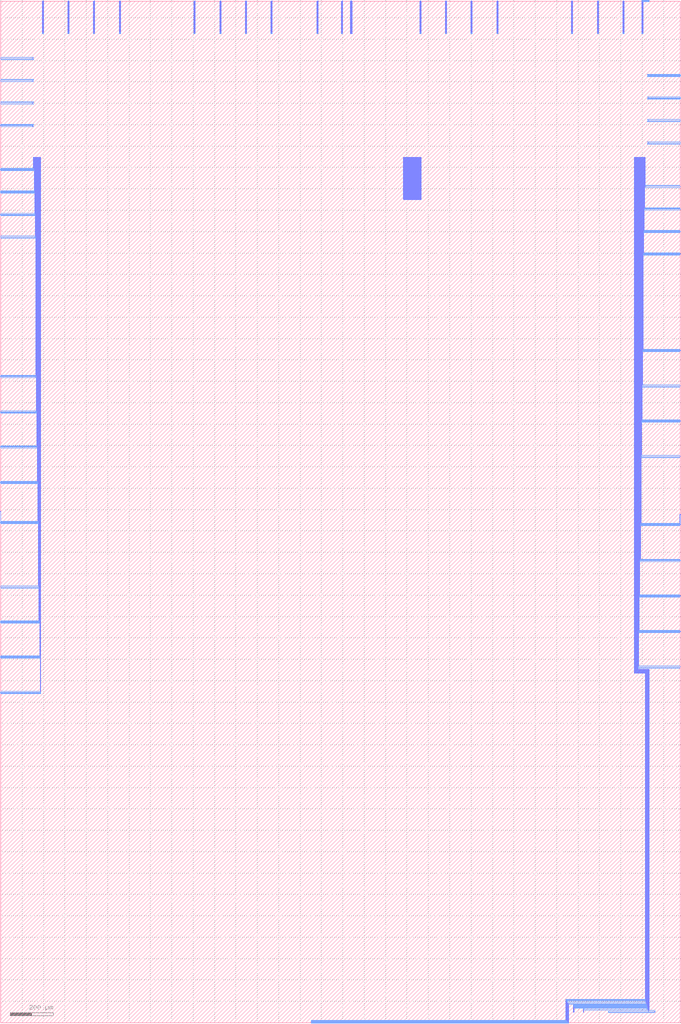
<source format=lef>
VERSION 5.7 ;
  NOWIREEXTENSIONATPIN ON ;
  DIVIDERCHAR "/" ;
  BUSBITCHARS "[]" ;
MACRO analog_routes
  CLASS COVER ;
  FOREIGN analog_routes ;
  ORIGIN 0.000 0.000 ;
  SIZE 3178.000 BY 4777.500 ;
  OBS
      LAYER met2 ;
        RECT 196.805 4778.265 198.375 4780.435 ;
        RECT 316.805 4778.265 318.375 4780.435 ;
        RECT 436.805 4778.265 438.375 4780.435 ;
        RECT 556.805 4778.265 558.375 4780.435 ;
        RECT 906.805 4778.265 908.375 4780.435 ;
        RECT 1026.805 4778.265 1028.375 4780.435 ;
        RECT 1146.805 4778.265 1148.375 4780.435 ;
        RECT 1266.805 4778.265 1268.375 4780.435 ;
        RECT 1481.805 4778.265 1483.375 4780.435 ;
        RECT 1596.805 4778.265 1598.375 4780.435 ;
        RECT 1636.310 4778.000 1638.120 4779.695 ;
        RECT 1639.400 4778.000 1642.655 4779.695 ;
        RECT 1961.805 4778.265 1963.375 4780.435 ;
        RECT 2081.805 4778.265 2083.375 4780.435 ;
        RECT 2201.805 4778.265 2203.375 4780.435 ;
        RECT 2321.805 4778.265 2323.375 4780.435 ;
        RECT 2671.805 4778.265 2673.375 4780.435 ;
        RECT 2791.805 4778.265 2793.375 4780.435 ;
        RECT 2911.805 4778.265 2913.375 4780.435 ;
        RECT 3031.805 4778.265 3033.375 4780.435 ;
        RECT 2677.665 50.220 2678.970 52.190 ;
        RECT 2679.830 50.215 2681.135 52.185 ;
        RECT 2724.750 50.135 2726.055 52.105 ;
        RECT 2841.245 49.620 2842.580 51.720 ;
        RECT 3058.895 49.615 3060.235 52.390 ;
      LAYER met3 ;
        RECT 196.655 4778.060 198.905 4780.435 ;
        RECT 316.655 4778.060 318.905 4780.435 ;
        RECT 436.655 4778.060 438.905 4780.435 ;
        RECT 556.655 4778.060 558.905 4780.435 ;
        RECT 906.655 4778.060 908.905 4780.435 ;
        RECT 1026.655 4778.060 1028.905 4780.435 ;
        RECT 1146.655 4778.060 1148.905 4780.435 ;
        RECT 1266.655 4778.060 1268.905 4780.435 ;
        RECT 1481.655 4778.060 1483.905 4780.435 ;
        RECT 1596.655 4778.060 1598.905 4780.435 ;
        RECT 1636.310 4778.000 1638.655 4779.695 ;
        RECT 1640.310 4778.000 1642.655 4779.695 ;
        RECT 1961.655 4778.060 1963.905 4780.435 ;
        RECT 2081.655 4778.060 2083.905 4780.435 ;
        RECT 2201.655 4778.060 2203.905 4780.435 ;
        RECT 2321.655 4778.060 2323.905 4780.435 ;
        RECT 2671.655 4778.060 2673.905 4780.435 ;
        RECT 2791.655 4778.060 2793.905 4780.435 ;
        RECT 2911.655 4778.060 2913.905 4780.435 ;
        RECT 3031.655 4778.060 3033.905 4780.435 ;
        RECT 3031.795 4777.430 3033.765 4778.060 ;
        RECT -2.370 4510.240 -0.110 4511.310 ;
        RECT 3178.425 4430.130 3180.685 4431.200 ;
        RECT -2.370 4405.240 -0.110 4406.310 ;
        RECT 3178.425 4325.140 3180.685 4326.210 ;
        RECT -2.370 4300.240 -0.110 4301.310 ;
        RECT 3178.425 4220.140 3180.685 4221.210 ;
        RECT -2.370 4195.240 -0.110 4196.310 ;
        RECT 3178.425 4115.140 3180.685 4116.210 ;
        RECT -2.290 3990.450 1.210 3991.090 ;
        RECT 3176.460 3909.915 3180.290 3910.560 ;
        RECT -2.290 3885.450 1.210 3886.090 ;
        RECT 3176.460 3804.915 3180.290 3805.560 ;
        RECT -2.290 3780.450 1.210 3781.090 ;
        RECT 3176.460 3699.915 3180.290 3700.560 ;
        RECT -2.290 3675.450 1.210 3676.090 ;
        RECT 3176.460 3594.915 3180.290 3595.560 ;
        RECT 3176.460 3144.405 3180.290 3144.450 ;
        RECT 3176.460 3143.805 3181.500 3144.405 ;
        RECT -2.290 3022.200 1.210 3022.240 ;
        RECT -3.500 3021.600 1.210 3022.200 ;
        RECT 3176.460 2979.405 3180.290 2979.450 ;
        RECT 3176.460 2978.805 3181.500 2979.405 ;
        RECT -2.290 2857.200 1.210 2857.240 ;
        RECT -3.500 2856.600 1.210 2857.200 ;
        RECT 3176.460 2814.405 3180.290 2814.450 ;
        RECT 3176.460 2813.805 3181.500 2814.405 ;
        RECT -2.290 2692.200 1.210 2692.240 ;
        RECT -3.500 2691.600 1.210 2692.200 ;
        RECT 3176.460 2649.405 3180.290 2649.450 ;
        RECT 3176.460 2648.805 3181.500 2649.405 ;
        RECT -2.290 2527.200 1.210 2527.240 ;
        RECT -3.500 2526.600 1.210 2527.200 ;
        RECT -0.645 2391.475 0.855 2391.620 ;
        RECT -2.185 2389.475 0.855 2391.475 ;
        RECT -0.645 2387.490 0.855 2389.475 ;
        RECT 3175.945 2377.805 3177.445 2378.020 ;
        RECT 3175.945 2375.805 3180.175 2377.805 ;
        RECT 3175.945 2373.890 3177.445 2375.805 ;
        RECT -2.290 2339.485 1.210 2340.125 ;
        RECT 3176.460 2330.480 3180.290 2330.525 ;
        RECT 3176.460 2329.880 3181.500 2330.480 ;
        RECT 3176.460 2161.405 3180.290 2161.450 ;
        RECT 3176.460 2160.805 3181.500 2161.405 ;
        RECT -2.290 2039.200 1.210 2039.240 ;
        RECT -2.295 2038.600 1.210 2039.200 ;
        RECT 3176.460 1996.405 3180.290 1996.450 ;
        RECT 3176.460 1995.805 3181.500 1996.405 ;
        RECT -2.290 1874.200 1.210 1874.240 ;
        RECT -3.500 1873.600 1.210 1874.200 ;
        RECT 3176.460 1830.120 3180.290 1830.165 ;
        RECT 3176.460 1829.520 3181.500 1830.120 ;
        RECT -2.290 1710.485 1.210 1710.525 ;
        RECT -3.500 1709.885 1.210 1710.485 ;
        RECT 3176.460 1665.120 3180.290 1665.165 ;
        RECT 3176.460 1664.520 3181.500 1665.120 ;
        RECT -2.290 1545.485 1.210 1545.525 ;
        RECT -3.500 1544.885 1.210 1545.485 ;
        RECT 2677.665 50.220 2678.970 52.190 ;
        RECT 2679.830 50.215 2681.135 52.185 ;
        RECT 2724.750 50.135 2726.055 52.105 ;
        RECT 2840.705 49.615 2842.580 52.685 ;
        RECT 3058.355 49.615 3060.230 52.685 ;
      LAYER met4 ;
        RECT 2998.185 4782.090 3001.385 4782.760 ;
        RECT 2998.095 4781.160 3001.385 4782.090 ;
        RECT 196.655 4778.060 198.905 4780.435 ;
        RECT 316.655 4778.060 318.905 4780.435 ;
        RECT 436.655 4778.060 438.905 4780.435 ;
        RECT 556.655 4778.060 558.905 4780.435 ;
        RECT 906.655 4778.060 908.905 4780.435 ;
        RECT 1026.655 4778.060 1028.905 4780.435 ;
        RECT 1146.655 4778.060 1148.905 4780.435 ;
        RECT 1266.655 4778.060 1268.905 4780.435 ;
        RECT 1481.655 4778.060 1483.905 4780.435 ;
        RECT 1596.655 4778.060 1598.905 4780.435 ;
        RECT 193.655 4629.595 194.655 4776.925 ;
        RECT 193.655 4625.595 195.255 4629.595 ;
        RECT 196.655 4624.850 197.655 4778.060 ;
        RECT 199.655 4629.595 200.655 4776.950 ;
        RECT 199.055 4625.595 200.655 4629.595 ;
        RECT 313.655 4629.595 314.655 4776.925 ;
        RECT 313.655 4625.595 315.255 4629.595 ;
        RECT 316.655 4624.850 317.655 4778.060 ;
        RECT 319.655 4629.595 320.655 4776.950 ;
        RECT 319.055 4625.595 320.655 4629.595 ;
        RECT 433.655 4629.595 434.655 4776.925 ;
        RECT 433.655 4625.595 435.255 4629.595 ;
        RECT 436.655 4624.850 437.655 4778.060 ;
        RECT 439.655 4629.595 440.655 4776.950 ;
        RECT 439.055 4625.595 440.655 4629.595 ;
        RECT 553.655 4629.595 554.655 4776.925 ;
        RECT 553.655 4625.595 555.255 4629.595 ;
        RECT 556.655 4624.850 557.655 4778.060 ;
        RECT 559.655 4629.595 560.655 4776.950 ;
        RECT 559.055 4625.595 560.655 4629.595 ;
        RECT 903.655 4629.595 904.655 4776.925 ;
        RECT 903.655 4625.595 905.255 4629.595 ;
        RECT 906.655 4624.850 907.655 4778.060 ;
        RECT 909.655 4629.595 910.655 4776.950 ;
        RECT 909.055 4625.595 910.655 4629.595 ;
        RECT 1023.655 4629.595 1024.655 4776.925 ;
        RECT 1023.655 4625.595 1025.255 4629.595 ;
        RECT 1026.655 4624.850 1027.655 4778.060 ;
        RECT 1029.655 4629.595 1030.655 4776.950 ;
        RECT 1029.055 4625.595 1030.655 4629.595 ;
        RECT 1143.655 4629.595 1144.655 4776.925 ;
        RECT 1143.655 4625.595 1145.255 4629.595 ;
        RECT 1146.655 4624.850 1147.655 4778.060 ;
        RECT 1149.655 4629.595 1150.655 4776.950 ;
        RECT 1149.055 4625.595 1150.655 4629.595 ;
        RECT 1263.655 4629.595 1264.655 4776.925 ;
        RECT 1263.655 4625.595 1265.255 4629.595 ;
        RECT 1266.655 4624.850 1267.655 4778.060 ;
        RECT 1269.655 4629.595 1270.655 4776.950 ;
        RECT 1269.055 4625.595 1270.655 4629.595 ;
        RECT 1478.655 4629.595 1479.655 4776.925 ;
        RECT 1478.655 4625.595 1480.255 4629.595 ;
        RECT 1481.655 4624.850 1482.655 4778.060 ;
        RECT 1484.655 4629.595 1485.655 4776.950 ;
        RECT 1484.055 4625.595 1485.655 4629.595 ;
        RECT 1593.655 4629.595 1594.655 4776.925 ;
        RECT 1593.655 4625.595 1595.255 4629.595 ;
        RECT 1596.655 4624.850 1597.655 4778.060 ;
        RECT 1636.310 4778.000 1638.655 4779.695 ;
        RECT 1640.310 4778.000 1642.655 4779.695 ;
        RECT 1599.655 4629.595 1600.655 4776.950 ;
        RECT 1599.055 4625.595 1600.655 4629.595 ;
        RECT 1635.655 4624.850 1636.655 4777.080 ;
        RECT 1637.655 4624.850 1638.655 4778.000 ;
        RECT 1639.655 4624.850 1640.655 4777.080 ;
        RECT 1641.655 4624.850 1642.655 4778.000 ;
        RECT 1961.655 4778.060 1963.905 4780.435 ;
        RECT 2081.655 4778.060 2083.905 4780.435 ;
        RECT 2201.655 4778.060 2203.905 4780.435 ;
        RECT 2321.655 4778.060 2323.905 4780.435 ;
        RECT 2671.655 4778.060 2673.905 4780.435 ;
        RECT 2791.655 4778.060 2793.905 4780.435 ;
        RECT 2911.655 4778.060 2913.905 4780.435 ;
        RECT 1643.655 4624.850 1644.655 4777.080 ;
        RECT 1958.655 4629.595 1959.655 4776.925 ;
        RECT 1958.655 4625.595 1960.255 4629.595 ;
        RECT 1961.655 4624.850 1962.655 4778.060 ;
        RECT 1964.655 4629.595 1965.655 4776.950 ;
        RECT 1964.055 4625.595 1965.655 4629.595 ;
        RECT 2078.655 4629.595 2079.655 4776.925 ;
        RECT 2078.655 4625.595 2080.255 4629.595 ;
        RECT 2081.655 4624.850 2082.655 4778.060 ;
        RECT 2084.655 4629.595 2085.655 4776.950 ;
        RECT 2084.055 4625.595 2085.655 4629.595 ;
        RECT 2198.655 4629.595 2199.655 4776.925 ;
        RECT 2198.655 4625.595 2200.255 4629.595 ;
        RECT 2201.655 4624.850 2202.655 4778.060 ;
        RECT 2204.655 4629.595 2205.655 4776.950 ;
        RECT 2204.055 4625.595 2205.655 4629.595 ;
        RECT 2318.655 4629.595 2319.655 4776.925 ;
        RECT 2318.655 4625.595 2320.255 4629.595 ;
        RECT 2321.655 4624.850 2322.655 4778.060 ;
        RECT 2324.655 4629.595 2325.655 4776.950 ;
        RECT 2324.055 4625.595 2325.655 4629.595 ;
        RECT 2668.655 4629.595 2669.655 4776.925 ;
        RECT 2668.655 4625.595 2670.255 4629.595 ;
        RECT 2671.655 4624.850 2672.655 4778.060 ;
        RECT 2674.655 4629.595 2675.655 4776.950 ;
        RECT 2674.055 4625.595 2675.655 4629.595 ;
        RECT 2788.655 4629.595 2789.655 4776.925 ;
        RECT 2788.655 4625.595 2790.255 4629.595 ;
        RECT 2791.655 4624.850 2792.655 4778.060 ;
        RECT 2794.655 4629.595 2795.655 4776.950 ;
        RECT 2794.055 4625.595 2795.655 4629.595 ;
        RECT 2908.655 4629.595 2909.655 4776.925 ;
        RECT 2908.655 4625.595 2910.255 4629.595 ;
        RECT 2911.655 4624.850 2912.655 4778.060 ;
        RECT 2914.655 4629.595 2915.655 4776.950 ;
        RECT 2914.055 4625.595 2915.655 4629.595 ;
        RECT 2998.095 4629.595 2999.095 4781.160 ;
        RECT 3031.655 4779.390 3033.905 4779.635 ;
        RECT 3001.215 4778.680 3004.415 4779.210 ;
        RECT 3001.095 4777.610 3004.415 4778.680 ;
        RECT 3030.565 4777.790 3033.905 4779.390 ;
        RECT 2998.095 4625.595 2999.695 4629.595 ;
        RECT 3001.095 4624.850 3002.095 4777.610 ;
        RECT 3031.655 4777.260 3033.905 4777.790 ;
        RECT 3004.195 4775.100 3007.395 4775.720 ;
        RECT 3004.095 4774.120 3007.395 4775.100 ;
        RECT 3004.095 4629.595 3005.095 4774.120 ;
        RECT 3003.495 4625.595 3005.095 4629.595 ;
        RECT -2.535 4509.950 3.230 4511.550 ;
        RECT 146.490 4504.950 151.490 4516.560 ;
        RECT 3026.825 4424.840 3031.825 4436.450 ;
        RECT 3175.085 4429.840 3180.850 4431.440 ;
        RECT -2.535 4404.950 3.230 4406.550 ;
        RECT 146.490 4399.950 151.490 4411.560 ;
        RECT 3026.825 4319.850 3031.825 4331.460 ;
        RECT 3175.085 4324.850 3180.850 4326.450 ;
        RECT -2.535 4299.950 3.230 4301.550 ;
        RECT 146.490 4294.950 151.490 4306.560 ;
        RECT 3026.825 4214.850 3031.825 4226.460 ;
        RECT 3175.085 4219.850 3180.850 4221.450 ;
        RECT -2.535 4194.950 3.230 4196.550 ;
        RECT 146.490 4189.950 151.490 4201.560 ;
        RECT 3026.825 4109.850 3031.825 4121.460 ;
        RECT 3175.085 4114.850 3180.850 4116.450 ;
        RECT 153.135 3996.630 153.775 4048.850 ;
        RECT 150.570 3995.030 153.775 3996.630 ;
        RECT 153.135 3995.025 153.775 3995.030 ;
        RECT 154.435 3991.630 155.075 4048.850 ;
        RECT -1.240 3991.090 1.240 3991.630 ;
        RECT -2.290 3990.450 1.240 3991.090 ;
        RECT -1.240 3990.030 1.240 3990.450 ;
        RECT 151.875 3990.030 155.075 3991.630 ;
        RECT 155.695 3986.630 156.335 4048.850 ;
        RECT 153.135 3985.030 156.335 3986.630 ;
        RECT 155.695 3891.630 156.335 3985.030 ;
        RECT 153.130 3890.030 156.335 3891.630 ;
        RECT 155.695 3890.020 156.335 3890.030 ;
        RECT 156.995 3886.630 157.635 4048.850 ;
        RECT -1.240 3886.090 1.240 3886.630 ;
        RECT -2.290 3885.450 1.240 3886.090 ;
        RECT -1.240 3885.030 1.240 3885.450 ;
        RECT 154.440 3885.030 157.640 3886.630 ;
        RECT 158.255 3881.630 158.895 4048.850 ;
        RECT 155.695 3880.030 158.895 3881.630 ;
        RECT 158.255 3786.635 158.895 3880.030 ;
        RECT 155.695 3785.035 158.895 3786.635 ;
        RECT 158.255 3785.025 158.895 3785.035 ;
        RECT 159.555 3781.630 160.195 4048.850 ;
        RECT -1.240 3781.090 1.240 3781.630 ;
        RECT -2.290 3780.450 1.240 3781.090 ;
        RECT -1.240 3780.030 1.240 3780.450 ;
        RECT 156.995 3780.030 160.195 3781.630 ;
        RECT 160.815 3776.625 161.455 4048.850 ;
        RECT 158.250 3775.025 161.455 3776.625 ;
        RECT 160.815 3681.630 161.455 3775.025 ;
        RECT 158.255 3680.030 161.455 3681.630 ;
        RECT 160.815 3679.980 161.455 3680.030 ;
        RECT 162.115 3676.630 162.755 4048.850 ;
        RECT -1.240 3676.090 1.240 3676.630 ;
        RECT -2.290 3675.450 1.240 3676.090 ;
        RECT -1.240 3675.030 1.240 3675.450 ;
        RECT 159.560 3675.030 162.760 3676.630 ;
        RECT 163.375 3671.640 164.015 4048.850 ;
        RECT 160.820 3670.040 164.020 3671.640 ;
        RECT 163.375 3027.770 164.015 3670.040 ;
        RECT 160.815 3026.170 164.015 3027.770 ;
        RECT 164.675 3022.790 165.315 4048.850 ;
        RECT -1.240 3022.240 1.240 3022.785 ;
        RECT -2.290 3021.600 1.240 3022.240 ;
        RECT -1.240 3021.180 1.240 3021.600 ;
        RECT 162.115 3021.190 165.315 3022.790 ;
        RECT 165.935 3017.770 166.575 4048.850 ;
        RECT 163.380 3016.170 166.580 3017.770 ;
        RECT 165.935 2862.765 166.575 3016.170 ;
        RECT 163.380 2861.165 166.580 2862.765 ;
        RECT 165.935 2861.145 166.575 2861.165 ;
        RECT -1.240 2857.240 1.240 2857.780 ;
        RECT 167.235 2857.760 167.875 4048.850 ;
        RECT -2.290 2856.600 1.240 2857.240 ;
        RECT -1.240 2856.180 1.240 2856.600 ;
        RECT 164.675 2856.160 167.875 2857.760 ;
        RECT 168.495 2852.770 169.135 4048.850 ;
        RECT 165.935 2851.170 169.135 2852.770 ;
        RECT 168.495 2697.890 169.135 2851.170 ;
        RECT 165.940 2696.290 169.140 2697.890 ;
        RECT 168.495 2696.270 169.135 2696.290 ;
        RECT 169.795 2692.900 170.435 4048.850 ;
        RECT -1.240 2692.240 1.240 2692.780 ;
        RECT -2.290 2691.600 1.240 2692.240 ;
        RECT -1.240 2691.180 1.240 2691.600 ;
        RECT 167.235 2691.300 170.435 2692.900 ;
        RECT 171.055 2687.905 171.695 4048.850 ;
        RECT 168.500 2686.305 171.700 2687.905 ;
        RECT 171.055 2532.765 171.695 2686.305 ;
        RECT 168.495 2531.165 171.695 2532.765 ;
        RECT -1.240 2527.240 1.240 2527.780 ;
        RECT 172.355 2527.775 172.995 4048.850 ;
        RECT -2.290 2526.600 1.240 2527.240 ;
        RECT -1.240 2526.180 1.240 2526.600 ;
        RECT 169.795 2526.175 172.995 2527.775 ;
        RECT 173.615 2522.770 174.255 4048.850 ;
        RECT 171.065 2521.170 174.265 2522.770 ;
        RECT -0.645 2387.490 0.855 2391.620 ;
        RECT -0.275 2340.665 0.485 2387.490 ;
        RECT 173.615 2345.670 174.255 2521.170 ;
        RECT 171.055 2344.070 174.255 2345.670 ;
        RECT 173.615 2344.060 174.255 2344.070 ;
        RECT 174.915 2340.665 175.555 4048.850 ;
        RECT -1.240 2340.125 1.240 2340.665 ;
        RECT -2.290 2339.485 1.240 2340.125 ;
        RECT -1.240 2339.065 1.240 2339.485 ;
        RECT 172.355 2339.065 175.555 2340.665 ;
        RECT 176.175 2335.670 176.815 4048.850 ;
        RECT 173.610 2334.070 176.815 2335.670 ;
        RECT 176.175 2044.765 176.815 2334.070 ;
        RECT 173.615 2043.165 176.815 2044.765 ;
        RECT -1.240 2039.240 1.240 2039.780 ;
        RECT 177.475 2039.775 178.115 4048.850 ;
        RECT -2.290 2038.600 1.240 2039.240 ;
        RECT -1.240 2038.180 1.240 2038.600 ;
        RECT 174.925 2038.175 178.125 2039.775 ;
        RECT 178.735 2034.775 179.375 4048.850 ;
        RECT 176.175 2033.175 179.375 2034.775 ;
        RECT 178.735 1879.760 179.375 2033.175 ;
        RECT 176.165 1878.170 179.375 1879.760 ;
        RECT 176.165 1878.160 179.365 1878.170 ;
        RECT -1.240 1874.240 1.240 1874.780 ;
        RECT 180.035 1874.760 180.675 4048.850 ;
        RECT -2.290 1873.600 1.240 1874.240 ;
        RECT -1.240 1873.180 1.240 1873.600 ;
        RECT 177.475 1873.160 180.675 1874.760 ;
        RECT 181.295 1869.760 181.935 4048.850 ;
        RECT 178.735 1868.160 181.935 1869.760 ;
        RECT 181.295 1716.070 181.935 1868.160 ;
        RECT 178.735 1714.470 181.935 1716.070 ;
        RECT -1.240 1710.525 1.240 1711.065 ;
        RECT 182.595 1711.040 183.235 4048.850 ;
        RECT -2.290 1709.885 1.240 1710.525 ;
        RECT -1.240 1709.465 1.240 1709.885 ;
        RECT 180.035 1709.440 183.235 1711.040 ;
        RECT 183.855 1706.070 184.495 4048.850 ;
        RECT 181.300 1704.470 184.500 1706.070 ;
        RECT 183.855 1551.040 184.495 1704.470 ;
        RECT 181.175 1549.440 184.495 1551.040 ;
        RECT 183.855 1549.400 184.495 1549.440 ;
        RECT -1.240 1545.525 1.240 1546.065 ;
        RECT 185.155 1546.060 185.795 4048.850 ;
        RECT -2.290 1544.885 1.240 1545.525 ;
        RECT -1.240 1544.465 1.240 1544.885 ;
        RECT 182.595 1544.460 185.795 1546.060 ;
        RECT 186.455 1541.185 187.095 4048.850 ;
        RECT 1882.595 3851.060 1883.235 4048.850 ;
        RECT 1883.875 3848.850 1884.515 4048.850 ;
        RECT 1885.155 3851.060 1885.795 4048.850 ;
        RECT 1886.435 3848.850 1887.075 4048.850 ;
        RECT 1887.715 3851.060 1888.355 4048.850 ;
        RECT 1888.995 3848.850 1889.635 4048.850 ;
        RECT 1890.275 3851.060 1890.915 4048.850 ;
        RECT 1891.555 3848.850 1892.195 4048.850 ;
        RECT 1892.835 3851.060 1893.475 4048.850 ;
        RECT 1894.115 3848.850 1894.755 4048.850 ;
        RECT 1895.395 3851.060 1896.035 4048.850 ;
        RECT 1896.675 3848.850 1897.315 4048.850 ;
        RECT 1897.955 3851.060 1898.595 4048.850 ;
        RECT 1899.235 3848.850 1899.875 4048.850 ;
        RECT 1900.515 3851.060 1901.155 4048.850 ;
        RECT 1901.795 3848.850 1902.435 4048.850 ;
        RECT 1903.075 3851.060 1903.715 4048.850 ;
        RECT 1904.355 3848.850 1904.995 4048.850 ;
        RECT 1905.635 3851.060 1906.275 4048.850 ;
        RECT 1906.915 3848.850 1907.555 4048.850 ;
        RECT 1908.195 3851.060 1908.835 4048.850 ;
        RECT 1909.475 3848.850 1910.115 4048.850 ;
        RECT 1910.755 3851.060 1911.395 4048.850 ;
        RECT 1912.035 3848.850 1912.675 4048.850 ;
        RECT 1913.315 3851.060 1913.955 4048.850 ;
        RECT 1914.595 3848.850 1915.235 4048.850 ;
        RECT 1915.875 3851.060 1916.515 4048.850 ;
        RECT 1917.155 3848.850 1917.795 4048.850 ;
        RECT 1918.435 3851.060 1919.075 4048.850 ;
        RECT 1919.715 3848.850 1920.355 4048.850 ;
        RECT 1920.995 3851.060 1921.635 4048.850 ;
        RECT 1922.275 3848.850 1922.915 4048.850 ;
        RECT 1923.555 3851.060 1924.195 4048.850 ;
        RECT 1924.835 3848.850 1925.475 4048.850 ;
        RECT 1926.115 3851.060 1926.755 4048.850 ;
        RECT 1927.395 3848.850 1928.035 4048.850 ;
        RECT 1928.675 3851.060 1929.315 4048.850 ;
        RECT 1929.955 3848.850 1930.595 4048.850 ;
        RECT 1931.235 3851.060 1931.875 4048.850 ;
        RECT 1932.515 3848.850 1933.155 4048.850 ;
        RECT 1933.795 3851.060 1934.435 4048.850 ;
        RECT 1935.075 3848.850 1935.715 4048.850 ;
        RECT 1936.355 3851.060 1936.995 4048.850 ;
        RECT 1937.635 3848.850 1938.275 4048.850 ;
        RECT 1938.915 3851.060 1939.555 4048.850 ;
        RECT 1940.195 3848.850 1940.835 4048.850 ;
        RECT 1941.475 3851.060 1942.115 4048.850 ;
        RECT 1942.755 3848.850 1943.395 4048.850 ;
        RECT 1944.035 3851.060 1944.675 4048.850 ;
        RECT 1945.315 3848.850 1945.955 4048.850 ;
        RECT 1946.595 3851.060 1947.235 4048.850 ;
        RECT 1947.875 3848.850 1948.515 4048.850 ;
        RECT 1949.155 3851.060 1949.795 4048.850 ;
        RECT 1950.435 3848.850 1951.075 4048.850 ;
        RECT 1951.715 3851.060 1952.355 4048.850 ;
        RECT 1952.995 3848.850 1953.635 4048.850 ;
        RECT 1954.275 3851.060 1954.915 4048.850 ;
        RECT 1955.555 3848.850 1956.195 4048.850 ;
        RECT 1956.835 3851.060 1957.475 4048.850 ;
        RECT 1958.115 3848.850 1958.755 4048.850 ;
        RECT 1959.395 3851.060 1960.035 4048.850 ;
        RECT 1960.675 3848.850 1961.315 4048.850 ;
        RECT 1961.955 3851.070 1962.595 4048.850 ;
        RECT 1963.235 3848.850 1963.875 4048.850 ;
        RECT 1964.515 3851.060 1965.155 4048.850 ;
        RECT 1965.795 3848.850 1966.435 4048.850 ;
        RECT 1967.075 3851.070 1967.715 4048.850 ;
        RECT 2963.375 1635.090 2964.015 4048.855 ;
        RECT 2964.675 1636.390 2965.315 4048.855 ;
        RECT 2965.935 1637.650 2966.575 4048.855 ;
        RECT 2967.235 1638.950 2967.875 4048.855 ;
        RECT 2968.495 1640.210 2969.135 4048.855 ;
        RECT 2969.795 1641.510 2970.435 4048.855 ;
        RECT 2971.055 1642.770 2971.695 4048.855 ;
        RECT 2972.355 1644.070 2972.995 4048.855 ;
        RECT 2973.615 1645.330 2974.255 4048.855 ;
        RECT 2974.915 1646.630 2975.555 4048.855 ;
        RECT 2976.175 1647.890 2976.815 4048.855 ;
        RECT 2977.475 1649.190 2978.115 4048.855 ;
        RECT 2978.735 1650.450 2979.375 4048.855 ;
        RECT 2980.035 1651.750 2980.675 4048.855 ;
        RECT 2981.295 1660.680 2981.935 4048.855 ;
        RECT 2982.595 1665.670 2983.235 4048.855 ;
        RECT 2983.895 1825.540 2984.535 4048.855 ;
        RECT 2985.155 1830.525 2985.795 4048.855 ;
        RECT 2986.455 1991.905 2987.095 4048.855 ;
        RECT 2987.715 1996.965 2988.355 4048.855 ;
        RECT 2989.015 2157.000 2989.655 4048.855 ;
        RECT 2990.275 2161.970 2990.915 4048.855 ;
        RECT 2991.575 2325.985 2992.215 4048.855 ;
        RECT 2992.835 2331.030 2993.475 4048.855 ;
        RECT 2994.135 2644.960 2994.775 4048.855 ;
        RECT 2995.395 2649.970 2996.035 4048.855 ;
        RECT 2996.695 2809.910 2997.335 4048.855 ;
        RECT 2997.955 2814.970 2998.595 4048.855 ;
        RECT 2999.255 2974.975 2999.895 4048.855 ;
        RECT 3000.515 2979.970 3001.155 4048.855 ;
        RECT 3001.815 3140.065 3002.455 4048.855 ;
        RECT 3003.075 3144.975 3003.715 4048.855 ;
        RECT 3004.375 3591.020 3005.015 4048.855 ;
        RECT 3005.635 3596.065 3006.275 4048.855 ;
        RECT 3006.935 3696.040 3007.575 4048.855 ;
        RECT 3008.195 3701.095 3008.835 4048.855 ;
        RECT 3009.495 3801.025 3010.135 4048.855 ;
        RECT 3010.755 3806.145 3011.395 4048.855 ;
        RECT 3012.055 3906.075 3012.695 4048.855 ;
        RECT 3013.315 3911.065 3013.955 4048.855 ;
        RECT 3014.615 3916.070 3015.255 4048.855 ;
        RECT 3014.615 3914.810 3017.890 3916.070 ;
        RECT 3014.690 3914.470 3017.890 3914.810 ;
        RECT 3013.310 3909.465 3016.510 3911.065 ;
        RECT 3175.160 3910.560 3178.605 3911.065 ;
        RECT 3175.160 3909.915 3180.290 3910.560 ;
        RECT 3175.160 3909.465 3178.605 3909.915 ;
        RECT 3012.055 3904.475 3015.305 3906.075 ;
        RECT 3012.055 3811.030 3012.695 3904.475 ;
        RECT 3012.020 3809.430 3015.220 3811.030 ;
        RECT 3010.750 3804.545 3013.950 3806.145 ;
        RECT 3175.160 3805.560 3178.605 3806.065 ;
        RECT 3175.160 3804.915 3180.290 3805.560 ;
        RECT 3175.160 3804.465 3178.605 3804.915 ;
        RECT 3009.495 3799.425 3012.730 3801.025 ;
        RECT 3009.495 3706.015 3010.135 3799.425 ;
        RECT 3009.495 3704.415 3012.705 3706.015 ;
        RECT 3009.495 3704.170 3010.135 3704.415 ;
        RECT 3008.190 3699.495 3011.390 3701.095 ;
        RECT 3175.160 3700.560 3178.605 3701.065 ;
        RECT 3175.160 3699.915 3180.290 3700.560 ;
        RECT 3175.160 3699.465 3178.605 3699.915 ;
        RECT 3006.935 3694.440 3010.245 3696.040 ;
        RECT 3006.935 3601.030 3007.575 3694.440 ;
        RECT 3006.935 3599.430 3010.165 3601.030 ;
        RECT 3006.935 3599.280 3007.575 3599.430 ;
        RECT 3005.455 3594.465 3008.655 3596.065 ;
        RECT 3175.160 3595.560 3178.605 3596.065 ;
        RECT 3175.160 3594.915 3180.290 3595.560 ;
        RECT 3175.160 3594.465 3178.605 3594.915 ;
        RECT 3004.375 3589.420 3007.615 3591.020 ;
        RECT 3004.375 3150.100 3005.015 3589.420 ;
        RECT 3004.375 3148.500 3007.585 3150.100 ;
        RECT 3004.375 3148.415 3005.015 3148.500 ;
        RECT 3003.070 3143.375 3006.270 3144.975 ;
        RECT 3175.160 3144.450 3178.605 3144.955 ;
        RECT 3175.160 3143.805 3180.290 3144.450 ;
        RECT 3175.160 3143.355 3178.605 3143.805 ;
        RECT 3001.815 3138.465 3005.025 3140.065 ;
        RECT 3001.815 2984.950 3002.455 3138.465 ;
        RECT 3001.815 2983.350 3005.135 2984.950 ;
        RECT 3001.815 2983.100 3002.455 2983.350 ;
        RECT 3000.335 2978.370 3003.535 2979.970 ;
        RECT 3175.160 2979.450 3178.605 2979.955 ;
        RECT 3175.160 2978.805 3180.290 2979.450 ;
        RECT 3175.160 2978.355 3178.605 2978.805 ;
        RECT 2999.250 2973.375 3002.450 2974.975 ;
        RECT 2999.255 2819.885 2999.895 2973.375 ;
        RECT 2999.220 2818.285 3002.420 2819.885 ;
        RECT 2997.775 2813.370 3000.975 2814.970 ;
        RECT 3175.160 2814.450 3178.605 2814.955 ;
        RECT 3175.160 2813.805 3180.290 2814.450 ;
        RECT 3175.160 2813.355 3178.605 2813.805 ;
        RECT 2996.685 2808.310 2999.885 2809.910 ;
        RECT 2996.695 2654.965 2997.335 2808.310 ;
        RECT 2996.695 2653.365 2999.915 2654.965 ;
        RECT 2996.695 2652.805 2997.335 2653.365 ;
        RECT 2995.215 2648.370 2998.415 2649.970 ;
        RECT 3175.160 2649.450 3178.605 2649.955 ;
        RECT 3175.160 2648.805 3180.290 2649.450 ;
        RECT 3175.160 2648.355 3178.605 2648.805 ;
        RECT 2994.135 2643.360 2997.345 2644.960 ;
        RECT 2994.135 2336.020 2994.775 2643.360 ;
        RECT 3176.345 2378.020 3177.105 2378.050 ;
        RECT 3175.945 2373.890 3177.445 2378.020 ;
        RECT 2994.135 2334.420 2997.345 2336.020 ;
        RECT 2994.135 2333.805 2994.775 2334.420 ;
        RECT 3176.345 2331.030 3177.105 2373.890 ;
        RECT 2992.655 2329.430 2995.855 2331.030 ;
        RECT 3175.160 2330.525 3178.605 2331.030 ;
        RECT 3175.160 2329.880 3180.290 2330.525 ;
        RECT 3175.160 2329.430 3178.605 2329.880 ;
        RECT 2991.550 2324.385 2994.750 2325.985 ;
        RECT 2991.575 2166.885 2992.215 2324.385 ;
        RECT 2991.550 2165.285 2994.750 2166.885 ;
        RECT 2991.575 2164.930 2992.215 2165.285 ;
        RECT 2990.095 2160.370 2993.295 2161.970 ;
        RECT 3175.160 2161.450 3178.605 2161.955 ;
        RECT 3175.160 2160.805 3180.290 2161.450 ;
        RECT 3175.160 2160.355 3178.605 2160.805 ;
        RECT 2989.015 2155.400 2992.270 2157.000 ;
        RECT 2989.015 2001.910 2989.655 2155.400 ;
        RECT 2989.010 2000.310 2992.210 2001.910 ;
        RECT 2989.015 2000.120 2989.655 2000.310 ;
        RECT 2987.535 1995.365 2990.735 1996.965 ;
        RECT 3175.160 1996.450 3178.605 1996.955 ;
        RECT 3175.160 1995.805 3180.290 1996.450 ;
        RECT 3175.160 1995.355 3178.605 1995.805 ;
        RECT 2986.455 1990.305 2989.760 1991.905 ;
        RECT 2986.455 1835.600 2987.095 1990.305 ;
        RECT 2986.385 1834.000 2989.585 1835.600 ;
        RECT 2985.025 1828.925 2988.225 1830.525 ;
        RECT 3175.160 1830.165 3178.605 1830.670 ;
        RECT 3175.160 1829.520 3180.290 1830.165 ;
        RECT 3175.160 1829.070 3178.605 1829.520 ;
        RECT 2983.895 1823.940 2987.135 1825.540 ;
        RECT 2983.895 1670.685 2984.535 1823.940 ;
        RECT 2983.880 1669.085 2987.080 1670.685 ;
        RECT 2982.465 1664.070 2985.665 1665.670 ;
        RECT 3175.160 1665.165 3178.605 1665.670 ;
        RECT 3175.160 1664.520 3180.290 1665.165 ;
        RECT 3175.160 1664.070 3178.605 1664.520 ;
        RECT 2981.280 1659.080 2984.480 1660.680 ;
        RECT 2981.295 1653.010 2981.935 1659.080 ;
        RECT 2981.295 1652.370 3031.935 1653.010 ;
        RECT 2980.035 1651.110 3030.675 1651.750 ;
        RECT 2978.735 1649.810 3029.375 1650.450 ;
        RECT 2977.475 1648.550 3028.115 1649.190 ;
        RECT 2976.175 1647.250 3026.815 1647.890 ;
        RECT 2974.915 1645.990 3025.555 1646.630 ;
        RECT 2973.615 1644.690 3024.255 1645.330 ;
        RECT 2972.355 1643.430 3022.995 1644.070 ;
        RECT 2971.055 1642.130 3021.695 1642.770 ;
        RECT 2969.795 1640.870 3020.435 1641.510 ;
        RECT 2968.495 1639.570 3019.135 1640.210 ;
        RECT 2967.235 1638.310 3017.875 1638.950 ;
        RECT 2965.935 1637.010 3016.575 1637.650 ;
        RECT 2964.675 1635.750 3015.315 1636.390 ;
        RECT 3013.375 1635.090 3014.015 1635.095 ;
        RECT 2963.375 1634.465 3014.015 1635.090 ;
        RECT 2992.070 1634.450 3014.015 1634.465 ;
        RECT 183.775 1539.585 187.095 1541.185 ;
        RECT 186.455 1539.465 187.095 1539.585 ;
        RECT 3013.375 109.320 3014.015 1634.450 ;
        RECT 2641.475 109.175 2644.675 109.290 ;
        RECT 2641.440 107.690 2644.675 109.175 ;
        RECT 3010.820 107.720 3014.020 109.320 ;
        RECT 2641.440 12.070 2643.040 107.690 ;
        RECT 2644.710 104.190 2646.610 104.370 ;
        RECT 3014.675 104.275 3015.315 1635.750 ;
        RECT 2644.710 102.590 2648.030 104.190 ;
        RECT 3012.070 103.585 3015.315 104.275 ;
        RECT 3012.070 102.675 3015.270 103.585 ;
        RECT 2644.710 102.470 2646.610 102.590 ;
        RECT 2639.880 10.470 2643.080 12.070 ;
        RECT 2644.940 8.715 2646.540 102.470 ;
        RECT 2648.535 98.820 2651.735 99.305 ;
        RECT 3015.935 99.295 3016.575 1637.010 ;
        RECT 2648.440 97.705 2651.735 98.820 ;
        RECT 3013.300 98.300 3016.575 99.295 ;
        RECT 2644.795 8.565 2646.695 8.715 ;
        RECT 2643.305 6.965 2646.695 8.565 ;
        RECT 2644.795 6.815 2646.695 6.965 ;
        RECT 2648.440 5.120 2650.040 97.705 ;
        RECT 3013.300 97.695 3016.500 98.300 ;
        RECT 2651.790 94.230 2653.690 94.410 ;
        RECT 3017.235 94.340 3017.875 1638.310 ;
        RECT 2651.790 92.630 2655.110 94.230 ;
        RECT 3014.530 93.485 3017.875 94.340 ;
        RECT 3014.530 92.740 3017.730 93.485 ;
        RECT 2651.790 92.510 2653.690 92.630 ;
        RECT 2646.815 3.665 2650.040 5.120 ;
        RECT 2646.815 3.520 2650.015 3.665 ;
        RECT 2651.940 1.745 2653.540 92.510 ;
        RECT 2655.440 89.250 2657.040 89.630 ;
        RECT 3018.495 89.275 3019.135 1639.570 ;
        RECT 2655.440 87.650 2658.765 89.250 ;
        RECT 3015.865 88.280 3019.135 89.275 ;
        RECT 3015.865 87.675 3019.065 88.280 ;
        RECT 2651.695 1.675 2653.595 1.745 ;
        RECT 2650.240 0.075 2653.595 1.675 ;
        RECT 2651.695 -0.155 2653.595 0.075 ;
        RECT 2655.440 -1.770 2657.040 87.650 ;
        RECT 2677.440 84.400 2679.220 84.405 ;
        RECT 2677.385 84.220 2679.285 84.400 ;
        RECT 3019.795 84.325 3020.435 1640.870 ;
        RECT 2677.385 82.620 2680.705 84.220 ;
        RECT 3017.115 84.110 3020.435 84.325 ;
        RECT 3017.115 82.725 3020.315 84.110 ;
        RECT 2677.385 82.500 2679.285 82.620 ;
        RECT 2677.605 50.165 2679.030 82.500 ;
        RECT 3021.055 79.360 3021.695 1642.130 ;
        RECT 3018.425 77.760 3021.695 79.360 ;
        RECT 3021.055 77.555 3021.695 77.760 ;
        RECT 2679.540 74.250 2681.440 74.430 ;
        RECT 3022.355 74.375 3022.995 1643.430 ;
        RECT 2679.540 72.650 2682.860 74.250 ;
        RECT 3019.715 72.775 3022.995 74.375 ;
        RECT 2679.540 72.530 2681.440 72.650 ;
        RECT 3022.355 72.635 3022.995 72.775 ;
        RECT 2679.735 50.125 2681.180 72.530 ;
        RECT 3023.615 69.300 3024.255 1644.690 ;
        RECT 3020.920 68.400 3024.255 69.300 ;
        RECT 3020.920 67.700 3024.120 68.400 ;
        RECT 2724.440 64.215 2726.340 64.395 ;
        RECT 3024.915 64.335 3025.555 1645.990 ;
        RECT 2724.440 62.615 2727.760 64.215 ;
        RECT 3022.210 64.205 3025.555 64.335 ;
        RECT 3022.210 62.735 3025.410 64.205 ;
        RECT 2724.440 62.495 2726.340 62.615 ;
        RECT 2724.655 50.050 2726.155 62.495 ;
        RECT 3026.175 59.305 3026.815 1647.250 ;
        RECT 3023.480 57.705 3026.815 59.305 ;
        RECT 3026.175 57.630 3026.815 57.705 ;
        RECT 2840.710 54.355 2842.580 54.525 ;
        RECT 3027.475 54.405 3028.115 1648.550 ;
        RECT 2840.690 54.255 2842.580 54.355 ;
        RECT 3024.860 54.300 3028.115 54.405 ;
        RECT 2840.690 52.670 2843.995 54.255 ;
        RECT 3024.860 52.805 3028.060 54.300 ;
        RECT 2840.710 52.655 2843.995 52.670 ;
        RECT 2840.710 49.620 2842.580 52.655 ;
        RECT 3028.735 49.405 3029.375 1649.810 ;
        RECT 3030.035 54.405 3030.675 1651.110 ;
        RECT 3031.295 59.205 3031.935 1652.370 ;
        RECT 3031.295 57.605 3034.685 59.205 ;
        RECT 3031.295 57.355 3031.935 57.605 ;
        RECT 3030.035 54.305 3033.305 54.405 ;
        RECT 3030.105 52.805 3033.305 54.305 ;
        RECT 3058.360 54.255 3060.230 54.295 ;
        RECT 3056.945 52.655 3060.230 54.255 ;
        RECT 3058.360 49.620 3060.230 52.655 ;
        RECT 3028.735 47.805 3032.055 49.405 ;
        RECT 3028.735 47.685 3029.375 47.805 ;
        RECT 2653.830 -3.295 2657.040 -1.770 ;
        RECT 2653.830 -3.370 2657.030 -3.295 ;
      LAYER met5 ;
        RECT 2998.065 4782.790 3001.505 4782.880 ;
        RECT 2998.065 4781.190 3033.895 4782.790 ;
        RECT 2998.065 4781.040 3001.505 4781.190 ;
        RECT 3001.095 4779.260 3004.535 4779.330 ;
        RECT 3030.445 4779.260 3033.885 4779.510 ;
        RECT 3001.095 4777.660 3033.905 4779.260 ;
        RECT 3001.095 4777.490 3004.535 4777.660 ;
        RECT 3004.075 4775.790 3007.515 4775.840 ;
        RECT 3004.075 4774.190 3033.895 4775.790 ;
        RECT 3004.075 4774.000 3007.515 4774.190 ;
        RECT 193.655 4625.595 200.660 4629.595 ;
        RECT 313.655 4625.595 320.660 4629.595 ;
        RECT 433.655 4625.595 440.660 4629.595 ;
        RECT 553.655 4625.595 560.660 4629.595 ;
        RECT 903.655 4625.595 910.660 4629.595 ;
        RECT 1023.655 4625.595 1030.660 4629.595 ;
        RECT 1143.655 4625.595 1150.660 4629.595 ;
        RECT 1263.655 4625.595 1270.660 4629.595 ;
        RECT 1478.655 4625.595 1485.660 4629.595 ;
        RECT 1593.655 4625.595 1600.660 4629.595 ;
        RECT 1958.655 4625.595 1965.660 4629.595 ;
        RECT 2078.655 4625.595 2085.660 4629.595 ;
        RECT 2198.655 4625.595 2205.660 4629.595 ;
        RECT 2318.655 4625.595 2325.660 4629.595 ;
        RECT 2668.655 4625.595 2675.660 4629.595 ;
        RECT 2788.655 4625.595 2795.660 4629.595 ;
        RECT 2908.655 4625.595 2915.660 4629.595 ;
        RECT 2998.095 4625.595 3005.100 4629.595 ;
        RECT -0.815 4514.950 154.345 4516.550 ;
        RECT -0.845 4509.950 152.855 4511.550 ;
        RECT -0.815 4504.950 154.345 4506.550 ;
        RECT 3023.970 4434.840 3179.130 4436.440 ;
        RECT 3025.460 4429.840 3179.160 4431.440 ;
        RECT 3023.970 4424.840 3179.130 4426.440 ;
        RECT -0.815 4409.950 154.345 4411.550 ;
        RECT -0.845 4404.950 152.855 4406.550 ;
        RECT -0.815 4399.950 154.345 4401.550 ;
        RECT 3023.970 4329.850 3179.130 4331.450 ;
        RECT 3025.460 4324.850 3179.160 4326.450 ;
        RECT 3023.970 4319.850 3179.130 4321.450 ;
        RECT -0.815 4304.950 154.345 4306.550 ;
        RECT -0.845 4299.950 152.855 4301.550 ;
        RECT -0.815 4294.950 154.345 4296.550 ;
        RECT 3023.970 4224.850 3179.130 4226.450 ;
        RECT 3025.460 4219.850 3179.160 4221.450 ;
        RECT 3023.970 4214.850 3179.130 4216.450 ;
        RECT -0.815 4199.950 154.345 4201.550 ;
        RECT -0.845 4194.950 152.855 4196.550 ;
        RECT -0.815 4189.950 154.345 4191.550 ;
        RECT 3023.970 4119.850 3179.130 4121.450 ;
        RECT 3025.460 4114.850 3179.160 4116.450 ;
        RECT 3023.970 4109.850 3179.130 4111.450 ;
        RECT 150.450 3996.630 153.890 3996.750 ;
        RECT 1.120 3995.030 153.955 3996.630 ;
        RECT 150.450 3994.910 153.890 3995.030 ;
        RECT 151.755 3991.630 155.195 3991.750 ;
        RECT -1.240 3990.030 155.195 3991.630 ;
        RECT 151.755 3989.910 155.195 3990.030 ;
        RECT 153.015 3986.630 156.455 3986.750 ;
        RECT 1.120 3985.030 156.455 3986.630 ;
        RECT 153.015 3984.910 156.455 3985.030 ;
        RECT 3014.570 3916.065 3018.010 3916.190 ;
        RECT 3014.570 3914.465 3175.305 3916.065 ;
        RECT 3014.570 3914.350 3018.010 3914.465 ;
        RECT 3013.190 3911.065 3016.630 3911.185 ;
        RECT 3013.190 3909.465 3178.610 3911.065 ;
        RECT 3013.190 3909.345 3016.630 3909.465 ;
        RECT 3011.985 3906.065 3015.425 3906.195 ;
        RECT 3011.985 3904.465 3175.305 3906.065 ;
        RECT 3011.985 3904.355 3015.425 3904.465 ;
        RECT 153.010 3891.630 156.450 3891.750 ;
        RECT 1.120 3890.030 156.515 3891.630 ;
        RECT 153.010 3889.910 156.450 3890.030 ;
        RECT 154.320 3886.630 157.760 3886.750 ;
        RECT -1.240 3885.030 157.760 3886.630 ;
        RECT 154.320 3884.910 157.760 3885.030 ;
        RECT 155.575 3881.630 159.015 3881.750 ;
        RECT 1.120 3880.030 159.015 3881.630 ;
        RECT 155.575 3879.910 159.015 3880.030 ;
        RECT 3011.900 3811.065 3015.340 3811.150 ;
        RECT 3011.900 3809.465 3175.305 3811.065 ;
        RECT 3011.900 3809.310 3015.340 3809.465 ;
        RECT 3010.630 3806.065 3014.070 3806.265 ;
        RECT 3010.630 3804.465 3178.610 3806.065 ;
        RECT 3010.630 3804.425 3014.070 3804.465 ;
        RECT 3009.410 3801.065 3012.850 3801.145 ;
        RECT 3009.410 3799.465 3175.305 3801.065 ;
        RECT 3009.410 3799.305 3012.850 3799.465 ;
        RECT 155.575 3786.630 159.015 3786.755 ;
        RECT 1.120 3785.030 159.075 3786.630 ;
        RECT 155.575 3784.915 159.015 3785.030 ;
        RECT 156.875 3781.630 160.315 3781.750 ;
        RECT -1.240 3780.030 160.315 3781.630 ;
        RECT 156.875 3779.910 160.315 3780.030 ;
        RECT 158.130 3776.630 161.570 3776.745 ;
        RECT 1.120 3775.030 161.570 3776.630 ;
        RECT 158.130 3774.905 161.570 3775.030 ;
        RECT 3009.385 3706.065 3012.825 3706.135 ;
        RECT 3009.385 3704.465 3175.305 3706.065 ;
        RECT 3009.385 3704.295 3012.825 3704.465 ;
        RECT 3008.070 3701.065 3011.510 3701.215 ;
        RECT 3008.070 3699.465 3178.610 3701.065 ;
        RECT 3008.070 3699.375 3011.510 3699.465 ;
        RECT 3006.925 3696.065 3010.365 3696.160 ;
        RECT 3006.925 3694.465 3175.305 3696.065 ;
        RECT 3006.925 3694.320 3010.365 3694.465 ;
        RECT 158.135 3681.630 161.575 3681.750 ;
        RECT 1.120 3680.030 161.635 3681.630 ;
        RECT 158.135 3679.910 161.575 3680.030 ;
        RECT 159.440 3676.630 162.880 3676.750 ;
        RECT -1.240 3675.030 162.880 3676.630 ;
        RECT 159.440 3674.910 162.880 3675.030 ;
        RECT 160.700 3671.630 164.140 3671.760 ;
        RECT 1.120 3670.030 164.140 3671.630 ;
        RECT 160.700 3669.920 164.140 3670.030 ;
        RECT 3006.845 3601.065 3010.285 3601.150 ;
        RECT 3006.845 3599.465 3175.305 3601.065 ;
        RECT 3006.845 3599.310 3010.285 3599.465 ;
        RECT 3005.335 3596.065 3008.775 3596.185 ;
        RECT 3005.335 3594.465 3178.605 3596.065 ;
        RECT 3005.335 3594.345 3008.775 3594.465 ;
        RECT 3004.295 3591.065 3007.735 3591.140 ;
        RECT 3004.295 3589.465 3175.305 3591.065 ;
        RECT 3004.295 3589.300 3007.735 3589.465 ;
        RECT 3004.265 3149.955 3007.705 3150.220 ;
        RECT 3004.265 3148.380 3175.305 3149.955 ;
        RECT 3004.615 3148.355 3175.305 3148.380 ;
        RECT 3002.950 3144.955 3006.390 3145.095 ;
        RECT 3002.950 3143.355 3178.605 3144.955 ;
        RECT 3002.950 3143.255 3006.390 3143.355 ;
        RECT 3001.705 3139.955 3005.145 3140.185 ;
        RECT 3001.705 3138.355 3175.305 3139.955 ;
        RECT 3001.705 3138.345 3005.145 3138.355 ;
        RECT 160.695 3027.785 164.135 3027.890 ;
        RECT 1.120 3026.185 164.195 3027.785 ;
        RECT 160.695 3026.050 164.135 3026.185 ;
        RECT 161.995 3022.785 165.435 3022.910 ;
        RECT -1.240 3021.185 165.435 3022.785 ;
        RECT 161.995 3021.070 165.435 3021.185 ;
        RECT 163.260 3017.785 166.700 3017.890 ;
        RECT 1.120 3016.185 166.700 3017.785 ;
        RECT 163.260 3016.050 166.700 3016.185 ;
        RECT 3001.815 2984.955 3005.255 2985.070 ;
        RECT 3001.815 2983.355 3175.305 2984.955 ;
        RECT 3001.815 2983.230 3005.255 2983.355 ;
        RECT 3000.215 2979.955 3003.655 2980.090 ;
        RECT 3000.215 2978.355 3178.605 2979.955 ;
        RECT 3000.215 2978.250 3003.655 2978.355 ;
        RECT 2999.130 2974.955 3002.570 2975.095 ;
        RECT 2999.130 2973.355 3175.305 2974.955 ;
        RECT 2999.130 2973.255 3002.570 2973.355 ;
        RECT 163.260 2862.780 166.700 2862.885 ;
        RECT 1.120 2861.180 166.755 2862.780 ;
        RECT 163.260 2861.045 166.700 2861.180 ;
        RECT 164.555 2857.780 167.995 2857.880 ;
        RECT -1.240 2856.180 167.995 2857.780 ;
        RECT 164.555 2856.040 167.995 2856.180 ;
        RECT 165.815 2852.780 169.255 2852.890 ;
        RECT 1.120 2851.180 169.255 2852.780 ;
        RECT 165.815 2851.050 169.255 2851.180 ;
        RECT 2999.100 2819.955 3002.540 2820.005 ;
        RECT 2999.100 2818.355 3175.305 2819.955 ;
        RECT 2999.100 2818.165 3002.540 2818.355 ;
        RECT 2997.655 2814.955 3001.095 2815.090 ;
        RECT 2997.655 2813.355 3178.605 2814.955 ;
        RECT 2997.655 2813.250 3001.095 2813.355 ;
        RECT 2996.565 2809.955 3000.005 2810.030 ;
        RECT 2996.565 2808.355 3175.305 2809.955 ;
        RECT 2996.565 2808.190 3000.005 2808.355 ;
        RECT 165.820 2697.915 169.260 2698.010 ;
        RECT 1.120 2696.315 169.315 2697.915 ;
        RECT 165.820 2696.170 169.260 2696.315 ;
        RECT 167.115 2692.915 170.555 2693.020 ;
        RECT -0.485 2692.780 170.555 2692.915 ;
        RECT -1.240 2691.315 170.555 2692.780 ;
        RECT -1.240 2691.180 1.565 2691.315 ;
        RECT 167.115 2691.180 170.555 2691.315 ;
        RECT 168.380 2687.915 171.820 2688.025 ;
        RECT 1.120 2686.315 171.820 2687.915 ;
        RECT 168.380 2686.185 171.820 2686.315 ;
        RECT 2996.595 2654.955 3000.035 2655.085 ;
        RECT 2996.595 2653.355 3175.305 2654.955 ;
        RECT 2996.595 2653.245 3000.035 2653.355 ;
        RECT 2995.095 2649.955 2998.535 2650.090 ;
        RECT 2995.095 2648.355 3178.605 2649.955 ;
        RECT 2995.095 2648.250 2998.535 2648.355 ;
        RECT 2994.025 2644.955 2997.465 2645.080 ;
        RECT 2994.025 2643.355 3175.305 2644.955 ;
        RECT 2994.025 2643.240 2997.465 2643.355 ;
        RECT 168.375 2532.780 171.815 2532.885 ;
        RECT 1.120 2531.180 171.875 2532.780 ;
        RECT 168.375 2531.045 171.815 2531.180 ;
        RECT 169.675 2527.780 173.115 2527.895 ;
        RECT -1.240 2526.180 173.115 2527.780 ;
        RECT 169.675 2526.055 173.115 2526.180 ;
        RECT 170.945 2522.780 174.385 2522.890 ;
        RECT 1.120 2521.180 174.385 2522.780 ;
        RECT 170.945 2521.050 174.385 2521.180 ;
        RECT 170.935 2345.665 174.375 2345.790 ;
        RECT 1.120 2344.065 174.435 2345.665 ;
        RECT 170.935 2343.950 174.375 2344.065 ;
        RECT 172.235 2340.665 175.675 2340.785 ;
        RECT -1.240 2339.065 175.675 2340.665 ;
        RECT 172.235 2338.945 175.675 2339.065 ;
        RECT 2994.025 2336.030 2997.465 2336.140 ;
        RECT 173.490 2335.665 176.930 2335.790 ;
        RECT 1.120 2334.065 176.930 2335.665 ;
        RECT 2994.025 2334.430 3175.305 2336.030 ;
        RECT 2994.025 2334.300 2997.465 2334.430 ;
        RECT 173.490 2333.950 176.930 2334.065 ;
        RECT 2992.535 2331.030 2995.975 2331.150 ;
        RECT 2992.535 2329.430 3178.605 2331.030 ;
        RECT 2992.535 2329.310 2995.975 2329.430 ;
        RECT 2991.430 2326.030 2994.870 2326.105 ;
        RECT 2991.430 2324.430 3175.305 2326.030 ;
        RECT 2991.430 2324.265 2994.870 2324.430 ;
        RECT 2991.430 2166.955 2994.870 2167.005 ;
        RECT 2991.430 2165.355 3175.305 2166.955 ;
        RECT 2991.430 2165.165 2994.870 2165.355 ;
        RECT 2989.975 2161.955 2993.415 2162.090 ;
        RECT 2989.975 2160.355 3178.605 2161.955 ;
        RECT 2989.975 2160.250 2993.415 2160.355 ;
        RECT 2988.950 2156.955 2992.390 2157.120 ;
        RECT 2988.950 2155.355 3175.305 2156.955 ;
        RECT 2988.950 2155.280 2992.390 2155.355 ;
        RECT 173.495 2044.780 176.935 2044.885 ;
        RECT 1.120 2043.180 176.995 2044.780 ;
        RECT 173.495 2043.045 176.935 2043.180 ;
        RECT 174.805 2039.780 178.245 2039.895 ;
        RECT -1.240 2038.180 178.245 2039.780 ;
        RECT 174.805 2038.055 178.245 2038.180 ;
        RECT 176.055 2034.780 179.495 2034.895 ;
        RECT 1.120 2033.180 179.495 2034.780 ;
        RECT 176.055 2033.055 179.495 2033.180 ;
        RECT 2988.890 2001.955 2992.330 2002.030 ;
        RECT 2988.890 2000.355 3175.305 2001.955 ;
        RECT 2988.890 2000.190 2992.330 2000.355 ;
        RECT 2987.415 1996.955 2990.855 1997.085 ;
        RECT 2987.415 1995.355 3178.605 1996.955 ;
        RECT 2987.415 1995.245 2990.855 1995.355 ;
        RECT 2986.440 1991.955 2989.880 1992.025 ;
        RECT 2986.440 1990.355 3175.305 1991.955 ;
        RECT 2986.440 1990.185 2989.880 1990.355 ;
        RECT 176.045 1879.780 179.485 1879.880 ;
        RECT 1.120 1878.180 179.555 1879.780 ;
        RECT 176.045 1878.040 179.485 1878.180 ;
        RECT 177.355 1874.780 180.795 1874.880 ;
        RECT -1.240 1873.180 180.795 1874.780 ;
        RECT 177.355 1873.040 180.795 1873.180 ;
        RECT 178.615 1869.780 182.055 1869.880 ;
        RECT 1.120 1868.180 182.055 1869.780 ;
        RECT 178.615 1868.040 182.055 1868.180 ;
        RECT 2986.265 1835.525 2989.705 1835.720 ;
        RECT 2986.265 1833.925 3175.305 1835.525 ;
        RECT 2986.265 1833.880 2989.705 1833.925 ;
        RECT 2984.905 1830.525 2988.345 1830.645 ;
        RECT 3174.725 1830.525 3178.605 1830.670 ;
        RECT 2984.905 1829.070 3178.605 1830.525 ;
        RECT 2984.905 1828.925 3178.445 1829.070 ;
        RECT 2984.905 1828.805 2988.345 1828.925 ;
        RECT 2983.815 1825.525 2987.255 1825.660 ;
        RECT 2983.815 1823.925 3175.305 1825.525 ;
        RECT 2983.815 1823.820 2987.255 1823.925 ;
        RECT 178.615 1716.065 182.055 1716.190 ;
        RECT 1.120 1714.465 182.055 1716.065 ;
        RECT 178.615 1714.350 182.055 1714.465 ;
        RECT 179.915 1711.065 183.355 1711.160 ;
        RECT -1.240 1709.465 183.355 1711.065 ;
        RECT 179.915 1709.320 183.355 1709.465 ;
        RECT 181.180 1706.065 184.620 1706.190 ;
        RECT 1.120 1704.465 184.620 1706.065 ;
        RECT 181.180 1704.350 184.620 1704.465 ;
        RECT 2983.760 1670.670 2987.200 1670.805 ;
        RECT 2983.760 1669.070 3175.305 1670.670 ;
        RECT 2983.760 1668.965 2987.200 1669.070 ;
        RECT 2982.345 1665.670 2985.785 1665.790 ;
        RECT 2982.345 1664.070 3178.605 1665.670 ;
        RECT 2982.345 1663.950 2985.785 1664.070 ;
        RECT 2981.160 1660.670 2984.600 1660.800 ;
        RECT 2981.160 1659.070 3175.305 1660.670 ;
        RECT 2981.160 1658.960 2984.600 1659.070 ;
        RECT 181.055 1551.065 184.495 1551.160 ;
        RECT 1.120 1549.465 184.675 1551.065 ;
        RECT 181.055 1549.320 184.495 1549.465 ;
        RECT 182.475 1546.065 185.915 1546.180 ;
        RECT -1.240 1544.465 185.915 1546.065 ;
        RECT 182.475 1544.340 185.915 1544.465 ;
        RECT 183.655 1541.065 187.095 1541.305 ;
        RECT 1.120 1539.465 187.095 1541.065 ;
        RECT 2641.355 109.285 2644.795 109.410 ;
        RECT 3010.700 109.285 3014.140 109.440 ;
        RECT 2641.355 107.685 3014.140 109.285 ;
        RECT 2641.355 107.570 2644.795 107.685 ;
        RECT 3010.700 107.600 3014.140 107.685 ;
        RECT 2644.710 104.285 2648.150 104.310 ;
        RECT 3011.950 104.285 3015.390 104.395 ;
        RECT 2644.710 102.685 3015.390 104.285 ;
        RECT 2644.710 102.470 2648.150 102.685 ;
        RECT 3011.950 102.555 3015.390 102.685 ;
        RECT 2648.415 99.285 2651.855 99.425 ;
        RECT 3013.180 99.285 3016.620 99.415 ;
        RECT 2648.415 97.685 3016.620 99.285 ;
        RECT 2648.415 97.585 2651.855 97.685 ;
        RECT 3013.180 97.575 3016.620 97.685 ;
        RECT 2651.790 94.285 2655.230 94.350 ;
        RECT 3014.410 94.285 3017.850 94.460 ;
        RECT 2651.790 92.685 3017.850 94.285 ;
        RECT 2651.790 92.510 2655.230 92.685 ;
        RECT 3014.410 92.620 3017.850 92.685 ;
        RECT 2655.445 89.285 2658.885 89.370 ;
        RECT 3015.745 89.285 3019.185 89.395 ;
        RECT 2655.445 87.685 3019.185 89.285 ;
        RECT 2655.445 87.530 2658.885 87.685 ;
        RECT 3015.745 87.555 3019.185 87.685 ;
        RECT 2677.385 84.285 2680.825 84.340 ;
        RECT 3016.995 84.285 3020.435 84.445 ;
        RECT 2677.385 82.685 3020.435 84.285 ;
        RECT 2677.385 82.500 2680.825 82.685 ;
        RECT 3016.995 82.605 3020.435 82.685 ;
        RECT 3018.305 79.285 3021.745 79.480 ;
        RECT 2681.850 77.685 3021.745 79.285 ;
        RECT 3018.305 77.640 3021.745 77.685 ;
        RECT 2679.540 74.285 2682.980 74.370 ;
        RECT 3019.595 74.285 3023.035 74.495 ;
        RECT 2679.540 72.685 3023.035 74.285 ;
        RECT 2679.540 72.530 2682.980 72.685 ;
        RECT 3019.595 72.655 3023.035 72.685 ;
        RECT 3020.800 69.285 3024.240 69.420 ;
        RECT 2683.880 67.685 3024.240 69.285 ;
        RECT 3020.800 67.580 3024.240 67.685 ;
        RECT 2724.440 64.285 2727.880 64.335 ;
        RECT 3022.090 64.285 3025.530 64.455 ;
        RECT 2724.440 62.685 3025.530 64.285 ;
        RECT 2724.440 62.495 2727.880 62.685 ;
        RECT 3022.090 62.615 3025.530 62.685 ;
        RECT 3023.360 59.285 3026.800 59.425 ;
        RECT 2729.310 57.685 3026.800 59.285 ;
        RECT 3023.360 57.585 3026.800 57.685 ;
        RECT 3031.365 59.285 3034.805 59.325 ;
        RECT 3031.365 57.685 3060.265 59.285 ;
        RECT 3031.365 57.485 3034.805 57.685 ;
        RECT 2840.675 54.285 2844.115 54.375 ;
        RECT 3024.740 54.285 3028.180 54.525 ;
        RECT 2840.675 52.685 3028.180 54.285 ;
        RECT 3029.985 54.285 3033.425 54.525 ;
        RECT 3056.825 54.285 3060.265 54.375 ;
        RECT 3029.985 52.685 3060.265 54.285 ;
        RECT 2840.675 52.535 2844.115 52.685 ;
        RECT 3056.825 52.535 3060.265 52.685 ;
        RECT 3028.735 49.285 3032.175 49.525 ;
        RECT 2844.465 47.685 3056.365 49.285 ;
        RECT 2639.760 11.020 2643.200 12.190 ;
        RECT 1451.400 10.350 2643.200 11.020 ;
        RECT 1451.400 9.420 2641.570 10.350 ;
        RECT 2643.185 7.810 2646.625 8.685 ;
        RECT 1451.400 6.845 2646.625 7.810 ;
        RECT 1451.400 6.210 2645.100 6.845 ;
        RECT 2646.695 4.610 2650.135 5.240 ;
        RECT 1451.400 3.400 2650.135 4.610 ;
        RECT 1451.400 3.010 2648.420 3.400 ;
        RECT 2650.120 1.410 2653.560 1.795 ;
        RECT 1451.400 -0.045 2653.560 1.410 ;
        RECT 1451.400 -0.190 2652.500 -0.045 ;
        RECT 2653.710 -1.800 2657.150 -1.650 ;
        RECT 1451.400 -3.400 2657.165 -1.800 ;
        RECT 2653.710 -3.490 2657.150 -3.400 ;
  END
END analog_routes
END LIBRARY


</source>
